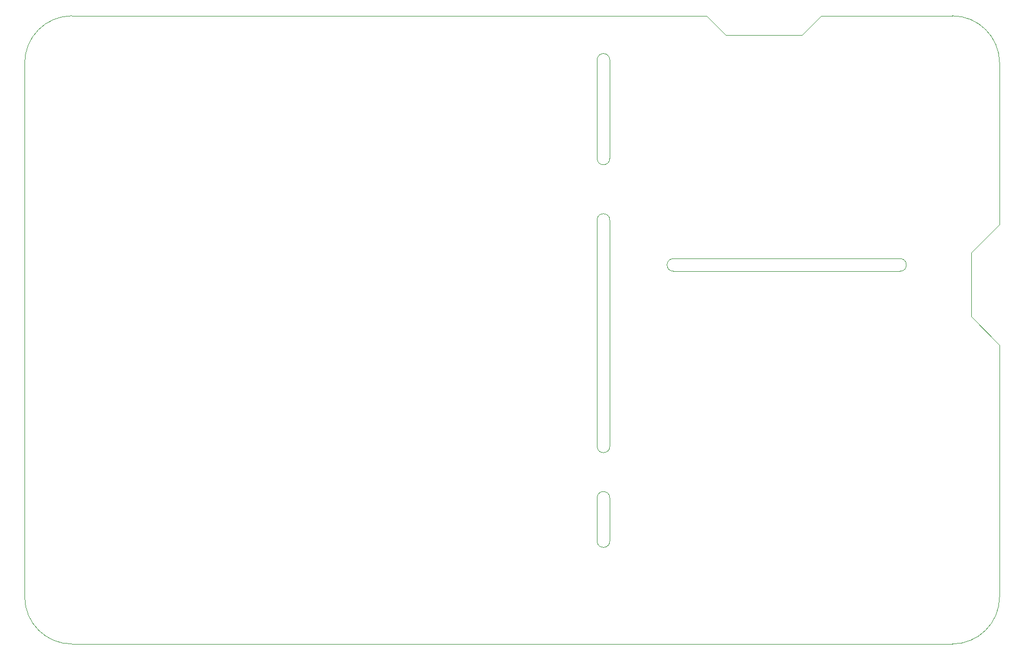
<source format=gbr>
G04 #@! TF.GenerationSoftware,KiCad,Pcbnew,7.0.7+dfsg-1*
G04 #@! TF.CreationDate,2024-12-03T08:15:38+01:00*
G04 #@! TF.ProjectId,evoIII-pulseboard,65766f49-4949-42d7-9075-6c7365626f61,rev?*
G04 #@! TF.SameCoordinates,Original*
G04 #@! TF.FileFunction,Profile,NP*
%FSLAX46Y46*%
G04 Gerber Fmt 4.6, Leading zero omitted, Abs format (unit mm)*
G04 Created by KiCad (PCBNEW 7.0.7+dfsg-1) date 2024-12-03 08:15:38*
%MOMM*%
%LPD*%
G01*
G04 APERTURE LIST*
G04 #@! TA.AperFunction,Profile*
%ADD10C,0.100000*%
G04 #@! TD*
G04 APERTURE END LIST*
D10*
X217500000Y-185000000D02*
X217500000Y-100000000D01*
X308515873Y-169241000D02*
X308515873Y-176126000D01*
X225000000Y-92500000D02*
G75*
G03*
X217500000Y-100000000I0J-7500000D01*
G01*
X308515873Y-125000000D02*
X308515873Y-161050000D01*
X365000000Y-192500000D02*
X225000000Y-192500000D01*
X325907400Y-92500000D02*
X328987600Y-95580200D01*
X356681400Y-133154200D02*
G75*
G03*
X356681400Y-131154000I0J1000100D01*
G01*
X217500000Y-185000000D02*
G75*
G03*
X225000000Y-192500000I7500000J0D01*
G01*
X310516127Y-169241000D02*
X310516127Y-176126000D01*
X320631400Y-133158254D02*
X356681400Y-133158254D01*
X328987600Y-95580200D02*
X341045800Y-95580200D01*
X372500000Y-100000000D02*
G75*
G03*
X365000000Y-92500000I-7500000J0D01*
G01*
X320631400Y-131157946D02*
G75*
G03*
X320631400Y-133158254I0J-1000154D01*
G01*
X308519873Y-161050000D02*
G75*
G03*
X310520127Y-161050000I1000127J0D01*
G01*
X308515873Y-176126000D02*
G75*
G03*
X310516127Y-176126000I1000127J0D01*
G01*
X308515873Y-115208873D02*
G75*
G03*
X310516127Y-115208873I1000127J0D01*
G01*
X225000000Y-92500000D02*
X325907400Y-92500000D01*
X365000000Y-192500000D02*
G75*
G03*
X372500000Y-185000000I0J7500000D01*
G01*
X310516127Y-99500000D02*
G75*
G03*
X309516000Y-98499873I-1000127J0D01*
G01*
X356681400Y-131154000D02*
X320631400Y-131154000D01*
X309516000Y-98499873D02*
G75*
G03*
X308515873Y-99500000I0J-1000127D01*
G01*
X372499673Y-125670327D02*
X367990000Y-130180000D01*
X372500000Y-100000000D02*
X372500000Y-125670000D01*
X372500000Y-185000000D02*
X372500000Y-144900000D01*
X310516127Y-169241000D02*
G75*
G03*
X308515873Y-169241000I-1000127J0D01*
G01*
X367990000Y-130180000D02*
X367990000Y-140390000D01*
X310516127Y-125000000D02*
G75*
G03*
X308515873Y-125000000I-1000127J0D01*
G01*
X367990000Y-140390000D02*
X372500055Y-144900055D01*
X308515873Y-115208873D02*
X308515873Y-99500000D01*
X344126000Y-92500000D02*
X365000000Y-92500000D01*
X310520127Y-161050000D02*
X310520127Y-125000000D01*
X341045800Y-95580200D02*
X344126000Y-92500000D01*
X310516127Y-99500000D02*
X310516127Y-115208873D01*
M02*

</source>
